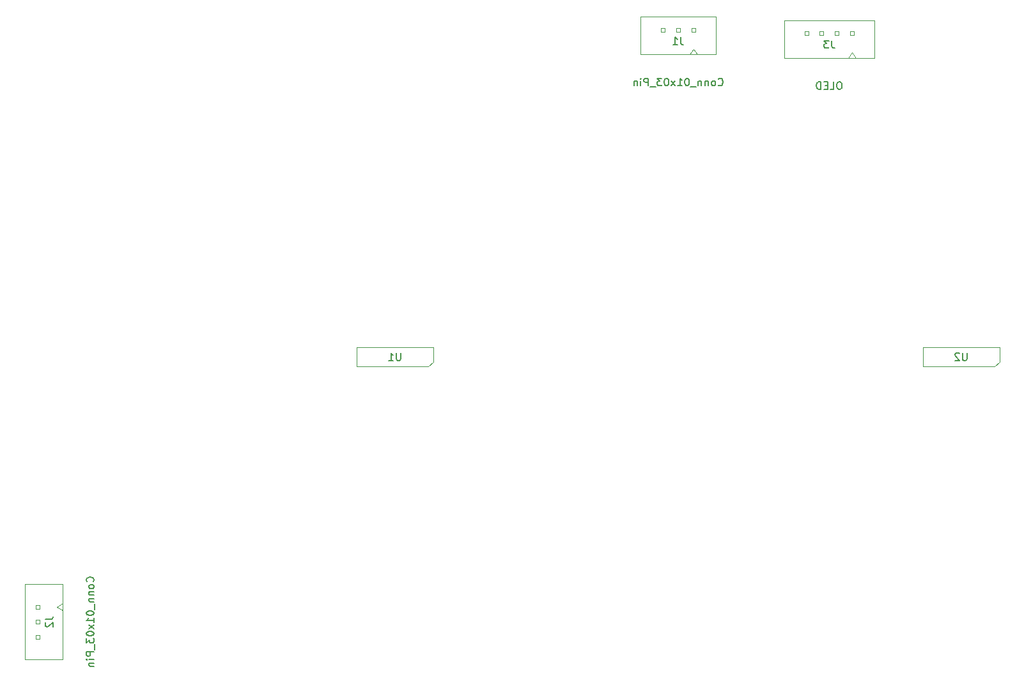
<source format=gbr>
%TF.GenerationSoftware,KiCad,Pcbnew,8.0.4+1*%
%TF.CreationDate,2024-10-06T12:09:38+00:00*%
%TF.ProjectId,pedalboard-display,70656461-6c62-46f6-9172-642d64697370,0.0.0-RC1*%
%TF.SameCoordinates,Original*%
%TF.FileFunction,AssemblyDrawing,Bot*%
%FSLAX46Y46*%
G04 Gerber Fmt 4.6, Leading zero omitted, Abs format (unit mm)*
G04 Created by KiCad (PCBNEW 8.0.4+1) date 2024-10-06 12:09:38*
%MOMM*%
%LPD*%
G01*
G04 APERTURE LIST*
%ADD10C,0.150000*%
%ADD11C,0.100000*%
G04 APERTURE END LIST*
D10*
X70239904Y-75327619D02*
X70239904Y-76137142D01*
X70239904Y-76137142D02*
X70192285Y-76232380D01*
X70192285Y-76232380D02*
X70144666Y-76280000D01*
X70144666Y-76280000D02*
X70049428Y-76327619D01*
X70049428Y-76327619D02*
X69858952Y-76327619D01*
X69858952Y-76327619D02*
X69763714Y-76280000D01*
X69763714Y-76280000D02*
X69716095Y-76232380D01*
X69716095Y-76232380D02*
X69668476Y-76137142D01*
X69668476Y-76137142D02*
X69668476Y-75327619D01*
X68668476Y-76327619D02*
X69239904Y-76327619D01*
X68954190Y-76327619D02*
X68954190Y-75327619D01*
X68954190Y-75327619D02*
X69049428Y-75470476D01*
X69049428Y-75470476D02*
X69144666Y-75565714D01*
X69144666Y-75565714D02*
X69239904Y-75613333D01*
X145239904Y-75327619D02*
X145239904Y-76137142D01*
X145239904Y-76137142D02*
X145192285Y-76232380D01*
X145192285Y-76232380D02*
X145144666Y-76280000D01*
X145144666Y-76280000D02*
X145049428Y-76327619D01*
X145049428Y-76327619D02*
X144858952Y-76327619D01*
X144858952Y-76327619D02*
X144763714Y-76280000D01*
X144763714Y-76280000D02*
X144716095Y-76232380D01*
X144716095Y-76232380D02*
X144668476Y-76137142D01*
X144668476Y-76137142D02*
X144668476Y-75327619D01*
X144239904Y-75422857D02*
X144192285Y-75375238D01*
X144192285Y-75375238D02*
X144097047Y-75327619D01*
X144097047Y-75327619D02*
X143858952Y-75327619D01*
X143858952Y-75327619D02*
X143763714Y-75375238D01*
X143763714Y-75375238D02*
X143716095Y-75422857D01*
X143716095Y-75422857D02*
X143668476Y-75518095D01*
X143668476Y-75518095D02*
X143668476Y-75613333D01*
X143668476Y-75613333D02*
X143716095Y-75756190D01*
X143716095Y-75756190D02*
X144287523Y-76327619D01*
X144287523Y-76327619D02*
X143668476Y-76327619D01*
X128452380Y-39354819D02*
X128261904Y-39354819D01*
X128261904Y-39354819D02*
X128166666Y-39402438D01*
X128166666Y-39402438D02*
X128071428Y-39497676D01*
X128071428Y-39497676D02*
X128023809Y-39688152D01*
X128023809Y-39688152D02*
X128023809Y-40021485D01*
X128023809Y-40021485D02*
X128071428Y-40211961D01*
X128071428Y-40211961D02*
X128166666Y-40307200D01*
X128166666Y-40307200D02*
X128261904Y-40354819D01*
X128261904Y-40354819D02*
X128452380Y-40354819D01*
X128452380Y-40354819D02*
X128547618Y-40307200D01*
X128547618Y-40307200D02*
X128642856Y-40211961D01*
X128642856Y-40211961D02*
X128690475Y-40021485D01*
X128690475Y-40021485D02*
X128690475Y-39688152D01*
X128690475Y-39688152D02*
X128642856Y-39497676D01*
X128642856Y-39497676D02*
X128547618Y-39402438D01*
X128547618Y-39402438D02*
X128452380Y-39354819D01*
X127119047Y-40354819D02*
X127595237Y-40354819D01*
X127595237Y-40354819D02*
X127595237Y-39354819D01*
X126785713Y-39831009D02*
X126452380Y-39831009D01*
X126309523Y-40354819D02*
X126785713Y-40354819D01*
X126785713Y-40354819D02*
X126785713Y-39354819D01*
X126785713Y-39354819D02*
X126309523Y-39354819D01*
X125880951Y-40354819D02*
X125880951Y-39354819D01*
X125880951Y-39354819D02*
X125642856Y-39354819D01*
X125642856Y-39354819D02*
X125499999Y-39402438D01*
X125499999Y-39402438D02*
X125404761Y-39497676D01*
X125404761Y-39497676D02*
X125357142Y-39592914D01*
X125357142Y-39592914D02*
X125309523Y-39783390D01*
X125309523Y-39783390D02*
X125309523Y-39926247D01*
X125309523Y-39926247D02*
X125357142Y-40116723D01*
X125357142Y-40116723D02*
X125404761Y-40211961D01*
X125404761Y-40211961D02*
X125499999Y-40307200D01*
X125499999Y-40307200D02*
X125642856Y-40354819D01*
X125642856Y-40354819D02*
X125880951Y-40354819D01*
X127333333Y-33904819D02*
X127333333Y-34619104D01*
X127333333Y-34619104D02*
X127380952Y-34761961D01*
X127380952Y-34761961D02*
X127476190Y-34857200D01*
X127476190Y-34857200D02*
X127619047Y-34904819D01*
X127619047Y-34904819D02*
X127714285Y-34904819D01*
X126952380Y-33904819D02*
X126333333Y-33904819D01*
X126333333Y-33904819D02*
X126666666Y-34285771D01*
X126666666Y-34285771D02*
X126523809Y-34285771D01*
X126523809Y-34285771D02*
X126428571Y-34333390D01*
X126428571Y-34333390D02*
X126380952Y-34381009D01*
X126380952Y-34381009D02*
X126333333Y-34476247D01*
X126333333Y-34476247D02*
X126333333Y-34714342D01*
X126333333Y-34714342D02*
X126380952Y-34809580D01*
X126380952Y-34809580D02*
X126428571Y-34857200D01*
X126428571Y-34857200D02*
X126523809Y-34904819D01*
X126523809Y-34904819D02*
X126809523Y-34904819D01*
X126809523Y-34904819D02*
X126904761Y-34857200D01*
X126904761Y-34857200D02*
X126952380Y-34809580D01*
X29509580Y-105690475D02*
X29557200Y-105642856D01*
X29557200Y-105642856D02*
X29604819Y-105499999D01*
X29604819Y-105499999D02*
X29604819Y-105404761D01*
X29604819Y-105404761D02*
X29557200Y-105261904D01*
X29557200Y-105261904D02*
X29461961Y-105166666D01*
X29461961Y-105166666D02*
X29366723Y-105119047D01*
X29366723Y-105119047D02*
X29176247Y-105071428D01*
X29176247Y-105071428D02*
X29033390Y-105071428D01*
X29033390Y-105071428D02*
X28842914Y-105119047D01*
X28842914Y-105119047D02*
X28747676Y-105166666D01*
X28747676Y-105166666D02*
X28652438Y-105261904D01*
X28652438Y-105261904D02*
X28604819Y-105404761D01*
X28604819Y-105404761D02*
X28604819Y-105499999D01*
X28604819Y-105499999D02*
X28652438Y-105642856D01*
X28652438Y-105642856D02*
X28700057Y-105690475D01*
X29604819Y-106261904D02*
X29557200Y-106166666D01*
X29557200Y-106166666D02*
X29509580Y-106119047D01*
X29509580Y-106119047D02*
X29414342Y-106071428D01*
X29414342Y-106071428D02*
X29128628Y-106071428D01*
X29128628Y-106071428D02*
X29033390Y-106119047D01*
X29033390Y-106119047D02*
X28985771Y-106166666D01*
X28985771Y-106166666D02*
X28938152Y-106261904D01*
X28938152Y-106261904D02*
X28938152Y-106404761D01*
X28938152Y-106404761D02*
X28985771Y-106499999D01*
X28985771Y-106499999D02*
X29033390Y-106547618D01*
X29033390Y-106547618D02*
X29128628Y-106595237D01*
X29128628Y-106595237D02*
X29414342Y-106595237D01*
X29414342Y-106595237D02*
X29509580Y-106547618D01*
X29509580Y-106547618D02*
X29557200Y-106499999D01*
X29557200Y-106499999D02*
X29604819Y-106404761D01*
X29604819Y-106404761D02*
X29604819Y-106261904D01*
X28938152Y-107023809D02*
X29604819Y-107023809D01*
X29033390Y-107023809D02*
X28985771Y-107071428D01*
X28985771Y-107071428D02*
X28938152Y-107166666D01*
X28938152Y-107166666D02*
X28938152Y-107309523D01*
X28938152Y-107309523D02*
X28985771Y-107404761D01*
X28985771Y-107404761D02*
X29081009Y-107452380D01*
X29081009Y-107452380D02*
X29604819Y-107452380D01*
X28938152Y-107928571D02*
X29604819Y-107928571D01*
X29033390Y-107928571D02*
X28985771Y-107976190D01*
X28985771Y-107976190D02*
X28938152Y-108071428D01*
X28938152Y-108071428D02*
X28938152Y-108214285D01*
X28938152Y-108214285D02*
X28985771Y-108309523D01*
X28985771Y-108309523D02*
X29081009Y-108357142D01*
X29081009Y-108357142D02*
X29604819Y-108357142D01*
X29700057Y-108595238D02*
X29700057Y-109357142D01*
X28604819Y-109785714D02*
X28604819Y-109880952D01*
X28604819Y-109880952D02*
X28652438Y-109976190D01*
X28652438Y-109976190D02*
X28700057Y-110023809D01*
X28700057Y-110023809D02*
X28795295Y-110071428D01*
X28795295Y-110071428D02*
X28985771Y-110119047D01*
X28985771Y-110119047D02*
X29223866Y-110119047D01*
X29223866Y-110119047D02*
X29414342Y-110071428D01*
X29414342Y-110071428D02*
X29509580Y-110023809D01*
X29509580Y-110023809D02*
X29557200Y-109976190D01*
X29557200Y-109976190D02*
X29604819Y-109880952D01*
X29604819Y-109880952D02*
X29604819Y-109785714D01*
X29604819Y-109785714D02*
X29557200Y-109690476D01*
X29557200Y-109690476D02*
X29509580Y-109642857D01*
X29509580Y-109642857D02*
X29414342Y-109595238D01*
X29414342Y-109595238D02*
X29223866Y-109547619D01*
X29223866Y-109547619D02*
X28985771Y-109547619D01*
X28985771Y-109547619D02*
X28795295Y-109595238D01*
X28795295Y-109595238D02*
X28700057Y-109642857D01*
X28700057Y-109642857D02*
X28652438Y-109690476D01*
X28652438Y-109690476D02*
X28604819Y-109785714D01*
X29604819Y-111071428D02*
X29604819Y-110500000D01*
X29604819Y-110785714D02*
X28604819Y-110785714D01*
X28604819Y-110785714D02*
X28747676Y-110690476D01*
X28747676Y-110690476D02*
X28842914Y-110595238D01*
X28842914Y-110595238D02*
X28890533Y-110500000D01*
X29604819Y-111404762D02*
X28938152Y-111928571D01*
X28938152Y-111404762D02*
X29604819Y-111928571D01*
X28604819Y-112500000D02*
X28604819Y-112595238D01*
X28604819Y-112595238D02*
X28652438Y-112690476D01*
X28652438Y-112690476D02*
X28700057Y-112738095D01*
X28700057Y-112738095D02*
X28795295Y-112785714D01*
X28795295Y-112785714D02*
X28985771Y-112833333D01*
X28985771Y-112833333D02*
X29223866Y-112833333D01*
X29223866Y-112833333D02*
X29414342Y-112785714D01*
X29414342Y-112785714D02*
X29509580Y-112738095D01*
X29509580Y-112738095D02*
X29557200Y-112690476D01*
X29557200Y-112690476D02*
X29604819Y-112595238D01*
X29604819Y-112595238D02*
X29604819Y-112500000D01*
X29604819Y-112500000D02*
X29557200Y-112404762D01*
X29557200Y-112404762D02*
X29509580Y-112357143D01*
X29509580Y-112357143D02*
X29414342Y-112309524D01*
X29414342Y-112309524D02*
X29223866Y-112261905D01*
X29223866Y-112261905D02*
X28985771Y-112261905D01*
X28985771Y-112261905D02*
X28795295Y-112309524D01*
X28795295Y-112309524D02*
X28700057Y-112357143D01*
X28700057Y-112357143D02*
X28652438Y-112404762D01*
X28652438Y-112404762D02*
X28604819Y-112500000D01*
X28604819Y-113166667D02*
X28604819Y-113785714D01*
X28604819Y-113785714D02*
X28985771Y-113452381D01*
X28985771Y-113452381D02*
X28985771Y-113595238D01*
X28985771Y-113595238D02*
X29033390Y-113690476D01*
X29033390Y-113690476D02*
X29081009Y-113738095D01*
X29081009Y-113738095D02*
X29176247Y-113785714D01*
X29176247Y-113785714D02*
X29414342Y-113785714D01*
X29414342Y-113785714D02*
X29509580Y-113738095D01*
X29509580Y-113738095D02*
X29557200Y-113690476D01*
X29557200Y-113690476D02*
X29604819Y-113595238D01*
X29604819Y-113595238D02*
X29604819Y-113309524D01*
X29604819Y-113309524D02*
X29557200Y-113214286D01*
X29557200Y-113214286D02*
X29509580Y-113166667D01*
X29700057Y-113976191D02*
X29700057Y-114738095D01*
X29604819Y-114976191D02*
X28604819Y-114976191D01*
X28604819Y-114976191D02*
X28604819Y-115357143D01*
X28604819Y-115357143D02*
X28652438Y-115452381D01*
X28652438Y-115452381D02*
X28700057Y-115500000D01*
X28700057Y-115500000D02*
X28795295Y-115547619D01*
X28795295Y-115547619D02*
X28938152Y-115547619D01*
X28938152Y-115547619D02*
X29033390Y-115500000D01*
X29033390Y-115500000D02*
X29081009Y-115452381D01*
X29081009Y-115452381D02*
X29128628Y-115357143D01*
X29128628Y-115357143D02*
X29128628Y-114976191D01*
X29604819Y-115976191D02*
X28938152Y-115976191D01*
X28604819Y-115976191D02*
X28652438Y-115928572D01*
X28652438Y-115928572D02*
X28700057Y-115976191D01*
X28700057Y-115976191D02*
X28652438Y-116023810D01*
X28652438Y-116023810D02*
X28604819Y-115976191D01*
X28604819Y-115976191D02*
X28700057Y-115976191D01*
X28938152Y-116452381D02*
X29604819Y-116452381D01*
X29033390Y-116452381D02*
X28985771Y-116500000D01*
X28985771Y-116500000D02*
X28938152Y-116595238D01*
X28938152Y-116595238D02*
X28938152Y-116738095D01*
X28938152Y-116738095D02*
X28985771Y-116833333D01*
X28985771Y-116833333D02*
X29081009Y-116880952D01*
X29081009Y-116880952D02*
X29604819Y-116880952D01*
X23154819Y-110666666D02*
X23869104Y-110666666D01*
X23869104Y-110666666D02*
X24011961Y-110619047D01*
X24011961Y-110619047D02*
X24107200Y-110523809D01*
X24107200Y-110523809D02*
X24154819Y-110380952D01*
X24154819Y-110380952D02*
X24154819Y-110285714D01*
X23250057Y-111095238D02*
X23202438Y-111142857D01*
X23202438Y-111142857D02*
X23154819Y-111238095D01*
X23154819Y-111238095D02*
X23154819Y-111476190D01*
X23154819Y-111476190D02*
X23202438Y-111571428D01*
X23202438Y-111571428D02*
X23250057Y-111619047D01*
X23250057Y-111619047D02*
X23345295Y-111666666D01*
X23345295Y-111666666D02*
X23440533Y-111666666D01*
X23440533Y-111666666D02*
X23583390Y-111619047D01*
X23583390Y-111619047D02*
X24154819Y-111047619D01*
X24154819Y-111047619D02*
X24154819Y-111666666D01*
X112309524Y-39809580D02*
X112357143Y-39857200D01*
X112357143Y-39857200D02*
X112500000Y-39904819D01*
X112500000Y-39904819D02*
X112595238Y-39904819D01*
X112595238Y-39904819D02*
X112738095Y-39857200D01*
X112738095Y-39857200D02*
X112833333Y-39761961D01*
X112833333Y-39761961D02*
X112880952Y-39666723D01*
X112880952Y-39666723D02*
X112928571Y-39476247D01*
X112928571Y-39476247D02*
X112928571Y-39333390D01*
X112928571Y-39333390D02*
X112880952Y-39142914D01*
X112880952Y-39142914D02*
X112833333Y-39047676D01*
X112833333Y-39047676D02*
X112738095Y-38952438D01*
X112738095Y-38952438D02*
X112595238Y-38904819D01*
X112595238Y-38904819D02*
X112500000Y-38904819D01*
X112500000Y-38904819D02*
X112357143Y-38952438D01*
X112357143Y-38952438D02*
X112309524Y-39000057D01*
X111738095Y-39904819D02*
X111833333Y-39857200D01*
X111833333Y-39857200D02*
X111880952Y-39809580D01*
X111880952Y-39809580D02*
X111928571Y-39714342D01*
X111928571Y-39714342D02*
X111928571Y-39428628D01*
X111928571Y-39428628D02*
X111880952Y-39333390D01*
X111880952Y-39333390D02*
X111833333Y-39285771D01*
X111833333Y-39285771D02*
X111738095Y-39238152D01*
X111738095Y-39238152D02*
X111595238Y-39238152D01*
X111595238Y-39238152D02*
X111500000Y-39285771D01*
X111500000Y-39285771D02*
X111452381Y-39333390D01*
X111452381Y-39333390D02*
X111404762Y-39428628D01*
X111404762Y-39428628D02*
X111404762Y-39714342D01*
X111404762Y-39714342D02*
X111452381Y-39809580D01*
X111452381Y-39809580D02*
X111500000Y-39857200D01*
X111500000Y-39857200D02*
X111595238Y-39904819D01*
X111595238Y-39904819D02*
X111738095Y-39904819D01*
X110976190Y-39238152D02*
X110976190Y-39904819D01*
X110976190Y-39333390D02*
X110928571Y-39285771D01*
X110928571Y-39285771D02*
X110833333Y-39238152D01*
X110833333Y-39238152D02*
X110690476Y-39238152D01*
X110690476Y-39238152D02*
X110595238Y-39285771D01*
X110595238Y-39285771D02*
X110547619Y-39381009D01*
X110547619Y-39381009D02*
X110547619Y-39904819D01*
X110071428Y-39238152D02*
X110071428Y-39904819D01*
X110071428Y-39333390D02*
X110023809Y-39285771D01*
X110023809Y-39285771D02*
X109928571Y-39238152D01*
X109928571Y-39238152D02*
X109785714Y-39238152D01*
X109785714Y-39238152D02*
X109690476Y-39285771D01*
X109690476Y-39285771D02*
X109642857Y-39381009D01*
X109642857Y-39381009D02*
X109642857Y-39904819D01*
X109404762Y-40000057D02*
X108642857Y-40000057D01*
X108214285Y-38904819D02*
X108119047Y-38904819D01*
X108119047Y-38904819D02*
X108023809Y-38952438D01*
X108023809Y-38952438D02*
X107976190Y-39000057D01*
X107976190Y-39000057D02*
X107928571Y-39095295D01*
X107928571Y-39095295D02*
X107880952Y-39285771D01*
X107880952Y-39285771D02*
X107880952Y-39523866D01*
X107880952Y-39523866D02*
X107928571Y-39714342D01*
X107928571Y-39714342D02*
X107976190Y-39809580D01*
X107976190Y-39809580D02*
X108023809Y-39857200D01*
X108023809Y-39857200D02*
X108119047Y-39904819D01*
X108119047Y-39904819D02*
X108214285Y-39904819D01*
X108214285Y-39904819D02*
X108309523Y-39857200D01*
X108309523Y-39857200D02*
X108357142Y-39809580D01*
X108357142Y-39809580D02*
X108404761Y-39714342D01*
X108404761Y-39714342D02*
X108452380Y-39523866D01*
X108452380Y-39523866D02*
X108452380Y-39285771D01*
X108452380Y-39285771D02*
X108404761Y-39095295D01*
X108404761Y-39095295D02*
X108357142Y-39000057D01*
X108357142Y-39000057D02*
X108309523Y-38952438D01*
X108309523Y-38952438D02*
X108214285Y-38904819D01*
X106928571Y-39904819D02*
X107499999Y-39904819D01*
X107214285Y-39904819D02*
X107214285Y-38904819D01*
X107214285Y-38904819D02*
X107309523Y-39047676D01*
X107309523Y-39047676D02*
X107404761Y-39142914D01*
X107404761Y-39142914D02*
X107499999Y-39190533D01*
X106595237Y-39904819D02*
X106071428Y-39238152D01*
X106595237Y-39238152D02*
X106071428Y-39904819D01*
X105499999Y-38904819D02*
X105404761Y-38904819D01*
X105404761Y-38904819D02*
X105309523Y-38952438D01*
X105309523Y-38952438D02*
X105261904Y-39000057D01*
X105261904Y-39000057D02*
X105214285Y-39095295D01*
X105214285Y-39095295D02*
X105166666Y-39285771D01*
X105166666Y-39285771D02*
X105166666Y-39523866D01*
X105166666Y-39523866D02*
X105214285Y-39714342D01*
X105214285Y-39714342D02*
X105261904Y-39809580D01*
X105261904Y-39809580D02*
X105309523Y-39857200D01*
X105309523Y-39857200D02*
X105404761Y-39904819D01*
X105404761Y-39904819D02*
X105499999Y-39904819D01*
X105499999Y-39904819D02*
X105595237Y-39857200D01*
X105595237Y-39857200D02*
X105642856Y-39809580D01*
X105642856Y-39809580D02*
X105690475Y-39714342D01*
X105690475Y-39714342D02*
X105738094Y-39523866D01*
X105738094Y-39523866D02*
X105738094Y-39285771D01*
X105738094Y-39285771D02*
X105690475Y-39095295D01*
X105690475Y-39095295D02*
X105642856Y-39000057D01*
X105642856Y-39000057D02*
X105595237Y-38952438D01*
X105595237Y-38952438D02*
X105499999Y-38904819D01*
X104833332Y-38904819D02*
X104214285Y-38904819D01*
X104214285Y-38904819D02*
X104547618Y-39285771D01*
X104547618Y-39285771D02*
X104404761Y-39285771D01*
X104404761Y-39285771D02*
X104309523Y-39333390D01*
X104309523Y-39333390D02*
X104261904Y-39381009D01*
X104261904Y-39381009D02*
X104214285Y-39476247D01*
X104214285Y-39476247D02*
X104214285Y-39714342D01*
X104214285Y-39714342D02*
X104261904Y-39809580D01*
X104261904Y-39809580D02*
X104309523Y-39857200D01*
X104309523Y-39857200D02*
X104404761Y-39904819D01*
X104404761Y-39904819D02*
X104690475Y-39904819D01*
X104690475Y-39904819D02*
X104785713Y-39857200D01*
X104785713Y-39857200D02*
X104833332Y-39809580D01*
X104023809Y-40000057D02*
X103261904Y-40000057D01*
X103023808Y-39904819D02*
X103023808Y-38904819D01*
X103023808Y-38904819D02*
X102642856Y-38904819D01*
X102642856Y-38904819D02*
X102547618Y-38952438D01*
X102547618Y-38952438D02*
X102499999Y-39000057D01*
X102499999Y-39000057D02*
X102452380Y-39095295D01*
X102452380Y-39095295D02*
X102452380Y-39238152D01*
X102452380Y-39238152D02*
X102499999Y-39333390D01*
X102499999Y-39333390D02*
X102547618Y-39381009D01*
X102547618Y-39381009D02*
X102642856Y-39428628D01*
X102642856Y-39428628D02*
X103023808Y-39428628D01*
X102023808Y-39904819D02*
X102023808Y-39238152D01*
X102023808Y-38904819D02*
X102071427Y-38952438D01*
X102071427Y-38952438D02*
X102023808Y-39000057D01*
X102023808Y-39000057D02*
X101976189Y-38952438D01*
X101976189Y-38952438D02*
X102023808Y-38904819D01*
X102023808Y-38904819D02*
X102023808Y-39000057D01*
X101547618Y-39238152D02*
X101547618Y-39904819D01*
X101547618Y-39333390D02*
X101499999Y-39285771D01*
X101499999Y-39285771D02*
X101404761Y-39238152D01*
X101404761Y-39238152D02*
X101261904Y-39238152D01*
X101261904Y-39238152D02*
X101166666Y-39285771D01*
X101166666Y-39285771D02*
X101119047Y-39381009D01*
X101119047Y-39381009D02*
X101119047Y-39904819D01*
X107333333Y-33454819D02*
X107333333Y-34169104D01*
X107333333Y-34169104D02*
X107380952Y-34311961D01*
X107380952Y-34311961D02*
X107476190Y-34407200D01*
X107476190Y-34407200D02*
X107619047Y-34454819D01*
X107619047Y-34454819D02*
X107714285Y-34454819D01*
X106333333Y-34454819D02*
X106904761Y-34454819D01*
X106619047Y-34454819D02*
X106619047Y-33454819D01*
X106619047Y-33454819D02*
X106714285Y-33597676D01*
X106714285Y-33597676D02*
X106809523Y-33692914D01*
X106809523Y-33692914D02*
X106904761Y-33740533D01*
D11*
%TO.C,U1*%
X64398000Y-74602800D02*
X64398000Y-77142800D01*
X64398000Y-77142800D02*
X73923000Y-77142800D01*
X73923000Y-77142800D02*
X74558000Y-76507800D01*
X74558000Y-74602800D02*
X64398000Y-74602800D01*
X74558000Y-76507800D02*
X74558000Y-74602800D01*
%TO.C,U2*%
X139398000Y-74602800D02*
X139398000Y-77142800D01*
X139398000Y-77142800D02*
X148923000Y-77142800D01*
X148923000Y-77142800D02*
X149558000Y-76507800D01*
X149558000Y-74602800D02*
X139398000Y-74602800D01*
X149558000Y-76507800D02*
X149558000Y-74602800D01*
%TO.C,J3*%
X121025000Y-31200000D02*
X121025000Y-36200000D01*
X121025000Y-31200000D02*
X132975000Y-31200000D01*
X121025000Y-36200000D02*
X132975000Y-36200000D01*
X123750000Y-32700000D02*
X123750000Y-33200000D01*
X123750000Y-33200000D02*
X124250000Y-33200000D01*
X124250000Y-32700000D02*
X123750000Y-32700000D01*
X124250000Y-33200000D02*
X124250000Y-32700000D01*
X125750000Y-32700000D02*
X125750000Y-33200000D01*
X125750000Y-33200000D02*
X126250000Y-33200000D01*
X126250000Y-32700000D02*
X125750000Y-32700000D01*
X126250000Y-33200000D02*
X126250000Y-32700000D01*
X127750000Y-32700000D02*
X127750000Y-33200000D01*
X127750000Y-33200000D02*
X128250000Y-33200000D01*
X128250000Y-32700000D02*
X127750000Y-32700000D01*
X128250000Y-33200000D02*
X128250000Y-32700000D01*
X129500000Y-36200000D02*
X130000000Y-35492893D01*
X129750000Y-32700000D02*
X129750000Y-33200000D01*
X129750000Y-33200000D02*
X130250000Y-33200000D01*
X130000000Y-35492893D02*
X130500000Y-36200000D01*
X130250000Y-32700000D02*
X129750000Y-32700000D01*
X130250000Y-33200000D02*
X130250000Y-32700000D01*
X132975000Y-31200000D02*
X132975000Y-36200000D01*
%TO.C,J2*%
X20450000Y-106025000D02*
X25450000Y-106025000D01*
X20450000Y-115975000D02*
X20450000Y-106025000D01*
X20450000Y-115975000D02*
X25450000Y-115975000D01*
X21950000Y-108750000D02*
X21950000Y-109250000D01*
X21950000Y-109250000D02*
X22450000Y-109250000D01*
X21950000Y-110750000D02*
X21950000Y-111250000D01*
X21950000Y-111250000D02*
X22450000Y-111250000D01*
X21950000Y-112750000D02*
X21950000Y-113250000D01*
X21950000Y-113250000D02*
X22450000Y-113250000D01*
X22450000Y-108750000D02*
X21950000Y-108750000D01*
X22450000Y-109250000D02*
X22450000Y-108750000D01*
X22450000Y-110750000D02*
X21950000Y-110750000D01*
X22450000Y-111250000D02*
X22450000Y-110750000D01*
X22450000Y-112750000D02*
X21950000Y-112750000D01*
X22450000Y-113250000D02*
X22450000Y-112750000D01*
X24742893Y-109000000D02*
X25450000Y-108500000D01*
X25450000Y-109500000D02*
X24742893Y-109000000D01*
X25450000Y-115975000D02*
X25450000Y-106025000D01*
%TO.C,J1*%
X102025000Y-30750000D02*
X102025000Y-35750000D01*
X102025000Y-30750000D02*
X111975000Y-30750000D01*
X102025000Y-35750000D02*
X111975000Y-35750000D01*
X104750000Y-32250000D02*
X104750000Y-32750000D01*
X104750000Y-32750000D02*
X105250000Y-32750000D01*
X105250000Y-32250000D02*
X104750000Y-32250000D01*
X105250000Y-32750000D02*
X105250000Y-32250000D01*
X106750000Y-32250000D02*
X106750000Y-32750000D01*
X106750000Y-32750000D02*
X107250000Y-32750000D01*
X107250000Y-32250000D02*
X106750000Y-32250000D01*
X107250000Y-32750000D02*
X107250000Y-32250000D01*
X108500000Y-35750000D02*
X109000000Y-35042893D01*
X108750000Y-32250000D02*
X108750000Y-32750000D01*
X108750000Y-32750000D02*
X109250000Y-32750000D01*
X109000000Y-35042893D02*
X109500000Y-35750000D01*
X109250000Y-32250000D02*
X108750000Y-32250000D01*
X109250000Y-32750000D02*
X109250000Y-32250000D01*
X111975000Y-30750000D02*
X111975000Y-35750000D01*
%TD*%
M02*

</source>
